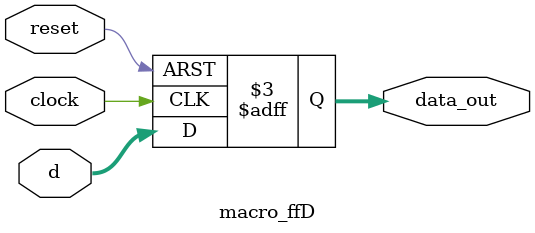
<source format=sv>

module macro_ffD(d, clock, data_out, reset);

	parameter WORD_LENGTH = 4;

	input logic [WORD_LENGTH-1:0] d;
	input logic clock, reset;
	output logic [WORD_LENGTH-1:0] data_out;

`ifdef positive_reset
	always @(posedge clock or posedge reset)
	begin
	if(reset)
		data_out = 0;
	else		
		data_out <= d;
	end	
		
		
`else
	always @(posedge clock or negedge reset)
		begin 
		if(!reset)
			data_out = 0;
		else		
			data_out <= d;
		end


`endif

endmodule 

</source>
